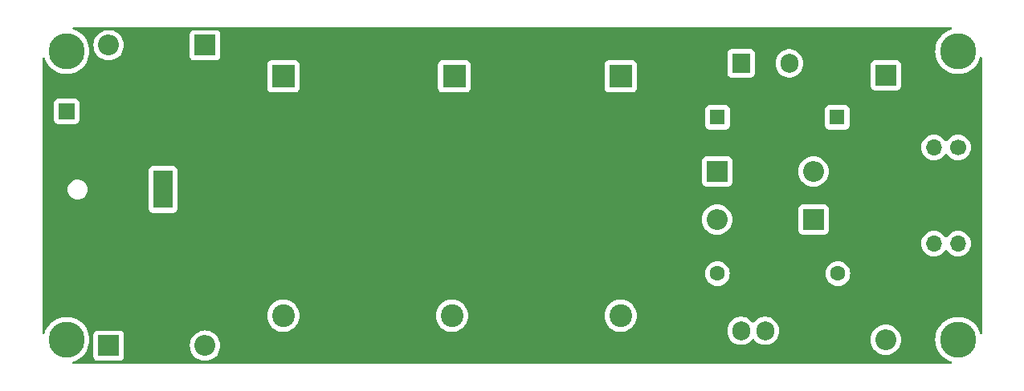
<source format=gbr>
%TF.GenerationSoftware,KiCad,Pcbnew,7.0.2*%
%TF.CreationDate,2023-06-20T09:22:34-04:00*%
%TF.ProjectId,Power supply,506f7765-7220-4737-9570-706c792e6b69,rev?*%
%TF.SameCoordinates,Original*%
%TF.FileFunction,Copper,L2,Bot*%
%TF.FilePolarity,Positive*%
%FSLAX46Y46*%
G04 Gerber Fmt 4.6, Leading zero omitted, Abs format (unit mm)*
G04 Created by KiCad (PCBNEW 7.0.2) date 2023-06-20 09:22:34*
%MOMM*%
%LPD*%
G01*
G04 APERTURE LIST*
%TA.AperFunction,ComponentPad*%
%ADD10R,1.700000X1.700000*%
%TD*%
%TA.AperFunction,ComponentPad*%
%ADD11R,2.200000X2.200000*%
%TD*%
%TA.AperFunction,ComponentPad*%
%ADD12O,2.200000X2.200000*%
%TD*%
%TA.AperFunction,ComponentPad*%
%ADD13R,2.400000X2.400000*%
%TD*%
%TA.AperFunction,ComponentPad*%
%ADD14C,2.400000*%
%TD*%
%TA.AperFunction,ComponentPad*%
%ADD15R,1.905000X2.000000*%
%TD*%
%TA.AperFunction,ComponentPad*%
%ADD16O,1.905000X2.000000*%
%TD*%
%TA.AperFunction,ComponentPad*%
%ADD17C,1.700000*%
%TD*%
%TA.AperFunction,ComponentPad*%
%ADD18O,1.700000X1.700000*%
%TD*%
%TA.AperFunction,ComponentPad*%
%ADD19R,1.600000X1.600000*%
%TD*%
%TA.AperFunction,ComponentPad*%
%ADD20C,1.600000*%
%TD*%
%TA.AperFunction,ComponentPad*%
%ADD21C,2.600000*%
%TD*%
%TA.AperFunction,ConnectorPad*%
%ADD22C,3.800000*%
%TD*%
%TA.AperFunction,ComponentPad*%
%ADD23R,2.000000X4.000000*%
%TD*%
%TA.AperFunction,ComponentPad*%
%ADD24O,2.000000X3.300000*%
%TD*%
G04 APERTURE END LIST*
D10*
%TO.P,J5,1,Pin_1*%
%TO.N,GND*%
X78740000Y-104140000D03*
%TD*%
D11*
%TO.P,D6,1,K*%
%TO.N,-12V*%
X157480000Y-99060000D03*
D12*
%TO.P,D6,2,A*%
%TO.N,Net-(D4-A)*%
X147320000Y-99060000D03*
%TD*%
D13*
%TO.P,C5,1*%
%TO.N,Net-(D1-K)*%
X101600000Y-83940000D03*
D14*
%TO.P,C5,2*%
%TO.N,GND*%
X101600000Y-91440000D03*
%TD*%
D15*
%TO.P,U1,1,VI*%
%TO.N,Net-(D1-K)*%
X149860000Y-82550000D03*
D16*
%TO.P,U1,2,GND*%
%TO.N,GND*%
X152400000Y-82550000D03*
%TO.P,U1,3,VO*%
%TO.N,+12V*%
X154940000Y-82550000D03*
%TD*%
D11*
%TO.P,D2,1,K*%
%TO.N,Net-(D1-K)*%
X93345000Y-80645000D03*
D12*
%TO.P,D2,2,A*%
%TO.N,+12VA*%
X83185000Y-80645000D03*
%TD*%
D11*
%TO.P,D4,1,K*%
%TO.N,+12VA*%
X83185000Y-112395000D03*
D12*
%TO.P,D4,2,A*%
%TO.N,Net-(D4-A)*%
X93345000Y-112395000D03*
%TD*%
D15*
%TO.P,U2,1,GND*%
%TO.N,GND*%
X154940000Y-110815000D03*
D16*
%TO.P,U2,2,VI*%
%TO.N,Net-(D4-A)*%
X152400000Y-110815000D03*
%TO.P,U2,3,VO*%
%TO.N,-12V*%
X149860000Y-110815000D03*
%TD*%
D11*
%TO.P,D5,1,K*%
%TO.N,GND*%
X165100000Y-101600000D03*
D12*
%TO.P,D5,2,A*%
%TO.N,-12V*%
X165100000Y-111760000D03*
%TD*%
D17*
%TO.P,REF\u002A\u002A,1*%
%TO.N,+12V*%
X172720000Y-91440000D03*
D18*
%TO.P,REF\u002A\u002A,2*%
X170180000Y-91440000D03*
%TO.P,REF\u002A\u002A,3*%
%TO.N,GND*%
X172720000Y-93980000D03*
%TO.P,REF\u002A\u002A,4*%
X170180000Y-93980000D03*
%TO.P,REF\u002A\u002A,5*%
X172720000Y-96520000D03*
%TO.P,REF\u002A\u002A,6*%
X170180000Y-96520000D03*
%TO.P,REF\u002A\u002A,7*%
X172720000Y-99060000D03*
%TO.P,REF\u002A\u002A,8*%
X170180000Y-99060000D03*
%TO.P,REF\u002A\u002A,9*%
%TO.N,-12V*%
X172720000Y-101600000D03*
%TO.P,REF\u002A\u002A,10*%
X170180000Y-101600000D03*
%TD*%
D19*
%TO.P,C10,1*%
%TO.N,GND*%
X155060000Y-104775000D03*
D20*
%TO.P,C10,2*%
%TO.N,-12V*%
X160060000Y-104775000D03*
%TD*%
D13*
%TO.P,C3,1*%
%TO.N,Net-(D1-K)*%
X137160000Y-83940000D03*
D14*
%TO.P,C3,2*%
%TO.N,GND*%
X137160000Y-91440000D03*
%TD*%
D21*
%TO.P,REF\u002A\u002A,1*%
%TO.N,N/C*%
X78740000Y-111760000D03*
D22*
X78740000Y-111760000D03*
%TD*%
D13*
%TO.P,C7,1*%
%TO.N,GND*%
X119380000Y-101720000D03*
D14*
%TO.P,C7,2*%
%TO.N,Net-(D4-A)*%
X119380000Y-109220000D03*
%TD*%
D13*
%TO.P,C8,1*%
%TO.N,GND*%
X137160000Y-101720000D03*
D14*
%TO.P,C8,2*%
%TO.N,Net-(D4-A)*%
X137160000Y-109220000D03*
%TD*%
D19*
%TO.P,C9,1*%
%TO.N,GND*%
X152360000Y-104775000D03*
D20*
%TO.P,C9,2*%
%TO.N,Net-(D4-A)*%
X147360000Y-104775000D03*
%TD*%
D13*
%TO.P,C4,1*%
%TO.N,Net-(D1-K)*%
X119610000Y-83940000D03*
D14*
%TO.P,C4,2*%
%TO.N,GND*%
X119610000Y-91440000D03*
%TD*%
D10*
%TO.P,J4,1,Pin_1*%
%TO.N,+12VA*%
X78740000Y-87630000D03*
%TD*%
D13*
%TO.P,C6,1*%
%TO.N,GND*%
X101600000Y-101720000D03*
D14*
%TO.P,C6,2*%
%TO.N,Net-(D4-A)*%
X101600000Y-109220000D03*
%TD*%
D11*
%TO.P,D1,1,K*%
%TO.N,Net-(D1-K)*%
X147320000Y-93980000D03*
D12*
%TO.P,D1,2,A*%
%TO.N,+12V*%
X157480000Y-93980000D03*
%TD*%
D21*
%TO.P,REF\u002A\u002A,1*%
%TO.N,N/C*%
X172720000Y-81280000D03*
D22*
X172720000Y-81280000D03*
%TD*%
D19*
%TO.P,C2,1*%
%TO.N,Net-(D1-K)*%
X147360000Y-88265000D03*
D20*
%TO.P,C2,2*%
%TO.N,GND*%
X152360000Y-88265000D03*
%TD*%
D21*
%TO.P,REF\u002A\u002A,1*%
%TO.N,N/C*%
X172720000Y-111760000D03*
D22*
X172720000Y-111760000D03*
%TD*%
D19*
%TO.P,C1,1*%
%TO.N,+12V*%
X159980000Y-88265000D03*
D20*
%TO.P,C1,2*%
%TO.N,GND*%
X154980000Y-88265000D03*
%TD*%
D11*
%TO.P,D3,1,K*%
%TO.N,+12V*%
X165100000Y-83820000D03*
D12*
%TO.P,D3,2,A*%
%TO.N,GND*%
X165100000Y-93980000D03*
%TD*%
D23*
%TO.P,REF\u002A\u002A,1*%
%TO.N,+12VA*%
X88915000Y-95885000D03*
D24*
%TO.P,REF\u002A\u002A,2*%
%TO.N,GND*%
X82915000Y-95885000D03*
%TD*%
D21*
%TO.P,REF\u002A\u002A,1*%
%TO.N,N/C*%
X78740000Y-81280000D03*
D22*
X78740000Y-81280000D03*
%TD*%
%TA.AperFunction,Conductor*%
%TO.N,GND*%
G36*
X172043596Y-78760185D02*
G01*
X172089351Y-78812989D01*
X172099295Y-78882147D01*
X172070270Y-78945703D01*
X172011492Y-78983477D01*
X172007394Y-78984604D01*
X171980518Y-78991504D01*
X171980511Y-78991506D01*
X171976738Y-78992475D01*
X171973120Y-78993907D01*
X171973109Y-78993911D01*
X171699526Y-79102230D01*
X171699515Y-79102234D01*
X171695896Y-79103668D01*
X171692491Y-79105539D01*
X171692478Y-79105546D01*
X171434612Y-79247310D01*
X171434600Y-79247317D01*
X171431205Y-79249184D01*
X171428061Y-79251467D01*
X171428055Y-79251472D01*
X171189994Y-79424432D01*
X171189983Y-79424440D01*
X171186838Y-79426726D01*
X171184003Y-79429387D01*
X171183996Y-79429394D01*
X170969488Y-79630831D01*
X170969481Y-79630838D01*
X170966651Y-79633496D01*
X170964176Y-79636487D01*
X170964172Y-79636492D01*
X170776598Y-79863229D01*
X170776588Y-79863241D01*
X170774115Y-79866232D01*
X170772033Y-79869511D01*
X170772024Y-79869525D01*
X170614352Y-80117977D01*
X170614345Y-80117988D01*
X170612267Y-80121264D01*
X170610614Y-80124774D01*
X170610611Y-80124782D01*
X170485315Y-80391050D01*
X170483659Y-80394570D01*
X170482457Y-80398267D01*
X170482455Y-80398274D01*
X170391524Y-80678130D01*
X170390319Y-80681840D01*
X170389590Y-80685660D01*
X170389588Y-80685669D01*
X170334449Y-80974716D01*
X170334446Y-80974732D01*
X170333720Y-80978543D01*
X170333475Y-80982434D01*
X170333475Y-80982436D01*
X170326762Y-81089134D01*
X170314754Y-81280000D01*
X170333720Y-81581457D01*
X170334447Y-81585269D01*
X170334449Y-81585283D01*
X170385421Y-81852484D01*
X170390319Y-81878160D01*
X170391523Y-81881867D01*
X170391524Y-81881869D01*
X170425790Y-81987330D01*
X170483659Y-82165430D01*
X170612267Y-82438736D01*
X170614349Y-82442017D01*
X170614352Y-82442022D01*
X170772024Y-82690474D01*
X170772028Y-82690480D01*
X170774115Y-82693768D01*
X170966651Y-82926504D01*
X171186838Y-83133274D01*
X171431205Y-83310816D01*
X171695896Y-83456332D01*
X171976738Y-83567525D01*
X172269302Y-83642642D01*
X172568973Y-83680500D01*
X172572867Y-83680500D01*
X172867133Y-83680500D01*
X172871027Y-83680500D01*
X173170698Y-83642642D01*
X173463262Y-83567525D01*
X173744104Y-83456332D01*
X174008795Y-83310816D01*
X174253162Y-83133274D01*
X174473349Y-82926504D01*
X174665885Y-82693768D01*
X174827733Y-82438736D01*
X174956341Y-82165430D01*
X175017569Y-81976989D01*
X175057007Y-81919314D01*
X175121365Y-81892116D01*
X175190211Y-81904031D01*
X175241687Y-81951275D01*
X175259500Y-82015308D01*
X175259500Y-111024691D01*
X175239815Y-111091730D01*
X175187011Y-111137485D01*
X175117853Y-111147429D01*
X175054297Y-111118404D01*
X175017569Y-111063009D01*
X174997832Y-111002268D01*
X174956341Y-110874570D01*
X174827733Y-110601264D01*
X174665885Y-110346232D01*
X174473349Y-110113496D01*
X174253162Y-109906726D01*
X174238302Y-109895930D01*
X174011944Y-109731472D01*
X174011945Y-109731472D01*
X174008795Y-109729184D01*
X174005391Y-109727313D01*
X174005387Y-109727310D01*
X173747521Y-109585546D01*
X173747514Y-109585542D01*
X173744104Y-109583668D01*
X173740478Y-109582232D01*
X173740473Y-109582230D01*
X173466890Y-109473911D01*
X173466884Y-109473909D01*
X173463262Y-109472475D01*
X173459484Y-109471505D01*
X173459481Y-109471504D01*
X173174476Y-109398328D01*
X173174475Y-109398327D01*
X173170698Y-109397358D01*
X173166835Y-109396870D01*
X173166830Y-109396869D01*
X172874891Y-109359988D01*
X172874888Y-109359987D01*
X172871027Y-109359500D01*
X172568973Y-109359500D01*
X172565112Y-109359987D01*
X172565108Y-109359988D01*
X172273169Y-109396869D01*
X172273161Y-109396870D01*
X172269302Y-109397358D01*
X172265527Y-109398327D01*
X172265523Y-109398328D01*
X171980518Y-109471504D01*
X171980511Y-109471506D01*
X171976738Y-109472475D01*
X171973120Y-109473907D01*
X171973109Y-109473911D01*
X171699526Y-109582230D01*
X171699515Y-109582234D01*
X171695896Y-109583668D01*
X171692491Y-109585539D01*
X171692478Y-109585546D01*
X171434612Y-109727310D01*
X171434600Y-109727317D01*
X171431205Y-109729184D01*
X171428061Y-109731467D01*
X171428055Y-109731472D01*
X171189994Y-109904432D01*
X171189983Y-109904440D01*
X171186838Y-109906726D01*
X171184003Y-109909387D01*
X171183996Y-109909394D01*
X170969488Y-110110831D01*
X170969481Y-110110838D01*
X170966651Y-110113496D01*
X170964176Y-110116487D01*
X170964172Y-110116492D01*
X170776598Y-110343229D01*
X170776588Y-110343241D01*
X170774115Y-110346232D01*
X170772033Y-110349511D01*
X170772024Y-110349525D01*
X170614352Y-110597977D01*
X170614345Y-110597988D01*
X170612267Y-110601264D01*
X170610614Y-110604774D01*
X170610611Y-110604782D01*
X170485315Y-110871050D01*
X170483659Y-110874570D01*
X170482457Y-110878267D01*
X170482455Y-110878274D01*
X170391524Y-111158130D01*
X170390319Y-111161840D01*
X170389590Y-111165660D01*
X170389588Y-111165669D01*
X170334449Y-111454716D01*
X170334446Y-111454732D01*
X170333720Y-111458543D01*
X170314754Y-111760000D01*
X170333720Y-112061457D01*
X170334447Y-112065269D01*
X170334449Y-112065283D01*
X170382181Y-112315500D01*
X170390319Y-112358160D01*
X170391523Y-112361867D01*
X170391524Y-112361869D01*
X170414075Y-112431275D01*
X170483659Y-112645430D01*
X170612267Y-112918736D01*
X170614349Y-112922017D01*
X170614352Y-112922022D01*
X170772024Y-113170474D01*
X170772028Y-113170480D01*
X170774115Y-113173768D01*
X170776594Y-113176765D01*
X170776598Y-113176770D01*
X170867684Y-113286873D01*
X170966651Y-113406504D01*
X171186838Y-113613274D01*
X171431205Y-113790816D01*
X171695896Y-113936332D01*
X171976738Y-114047525D01*
X172007394Y-114055396D01*
X172067432Y-114091134D01*
X172098618Y-114153657D01*
X172091050Y-114223116D01*
X172047132Y-114277457D01*
X171980806Y-114299427D01*
X171976557Y-114299500D01*
X79483443Y-114299500D01*
X79416404Y-114279815D01*
X79370649Y-114227011D01*
X79360705Y-114157853D01*
X79389730Y-114094297D01*
X79448508Y-114056523D01*
X79452606Y-114055396D01*
X79483262Y-114047525D01*
X79764104Y-113936332D01*
X80028795Y-113790816D01*
X80273162Y-113613274D01*
X80351640Y-113539578D01*
X81584500Y-113539578D01*
X81584501Y-113542872D01*
X81584853Y-113546152D01*
X81584854Y-113546159D01*
X81590909Y-113602484D01*
X81595789Y-113615567D01*
X81641204Y-113737331D01*
X81727454Y-113852546D01*
X81842669Y-113938796D01*
X81977517Y-113989091D01*
X82037127Y-113995500D01*
X84332872Y-113995499D01*
X84392483Y-113989091D01*
X84527331Y-113938796D01*
X84642546Y-113852546D01*
X84728796Y-113737331D01*
X84779091Y-113602483D01*
X84785500Y-113542873D01*
X84785499Y-112395000D01*
X91739551Y-112395000D01*
X91759317Y-112646149D01*
X91818126Y-112891110D01*
X91866330Y-113007485D01*
X91914534Y-113123859D01*
X92046164Y-113338659D01*
X92209776Y-113530224D01*
X92401341Y-113693836D01*
X92616141Y-113825466D01*
X92848889Y-113921873D01*
X93093852Y-113980683D01*
X93345000Y-114000449D01*
X93596148Y-113980683D01*
X93841111Y-113921873D01*
X94073859Y-113825466D01*
X94288659Y-113693836D01*
X94480224Y-113530224D01*
X94643836Y-113338659D01*
X94775466Y-113123859D01*
X94871873Y-112891111D01*
X94930683Y-112646148D01*
X94950449Y-112395000D01*
X94930683Y-112143852D01*
X94871873Y-111898889D01*
X94775466Y-111666141D01*
X94643836Y-111451341D01*
X94480224Y-111259776D01*
X94288659Y-111096164D01*
X94073859Y-110964534D01*
X93972621Y-110922600D01*
X148407000Y-110922600D01*
X148407211Y-110925142D01*
X148421905Y-111102477D01*
X148481017Y-111335906D01*
X148533132Y-111454716D01*
X148577745Y-111556422D01*
X148709449Y-111758010D01*
X148872537Y-111935171D01*
X149062561Y-112083072D01*
X149274336Y-112197679D01*
X149502087Y-112275866D01*
X149739601Y-112315500D01*
X149980399Y-112315500D01*
X150217913Y-112275866D01*
X150445664Y-112197679D01*
X150657439Y-112083072D01*
X150847463Y-111935171D01*
X151010551Y-111758010D01*
X151026191Y-111734070D01*
X151079337Y-111688714D01*
X151148569Y-111679290D01*
X151211905Y-111708792D01*
X151233808Y-111734070D01*
X151249449Y-111758010D01*
X151412537Y-111935171D01*
X151602561Y-112083072D01*
X151814336Y-112197679D01*
X152042087Y-112275866D01*
X152279601Y-112315500D01*
X152520399Y-112315500D01*
X152757913Y-112275866D01*
X152985664Y-112197679D01*
X153197439Y-112083072D01*
X153387463Y-111935171D01*
X153548719Y-111760000D01*
X163494551Y-111760000D01*
X163514317Y-112011149D01*
X163573126Y-112256110D01*
X163613810Y-112354330D01*
X163669534Y-112488859D01*
X163801164Y-112703659D01*
X163964776Y-112895224D01*
X164156341Y-113058836D01*
X164371141Y-113190466D01*
X164603889Y-113286873D01*
X164848852Y-113345683D01*
X165100000Y-113365449D01*
X165351148Y-113345683D01*
X165596111Y-113286873D01*
X165828859Y-113190466D01*
X166043659Y-113058836D01*
X166235224Y-112895224D01*
X166398836Y-112703659D01*
X166530466Y-112488859D01*
X166626873Y-112256111D01*
X166685683Y-112011148D01*
X166705449Y-111760000D01*
X166685683Y-111508852D01*
X166626873Y-111263889D01*
X166530466Y-111031141D01*
X166398836Y-110816341D01*
X166235224Y-110624776D01*
X166043659Y-110461164D01*
X165828859Y-110329534D01*
X165712485Y-110281330D01*
X165596110Y-110233126D01*
X165351149Y-110174317D01*
X165100000Y-110154551D01*
X164848850Y-110174317D01*
X164603889Y-110233126D01*
X164371139Y-110329535D01*
X164156342Y-110461163D01*
X163964776Y-110624776D01*
X163801163Y-110816342D01*
X163669535Y-111031139D01*
X163573126Y-111263889D01*
X163514317Y-111508850D01*
X163494551Y-111760000D01*
X153548719Y-111760000D01*
X153550551Y-111758010D01*
X153682255Y-111556422D01*
X153778983Y-111335905D01*
X153838095Y-111102476D01*
X153853000Y-110922600D01*
X153853000Y-110707400D01*
X153838095Y-110527524D01*
X153778983Y-110294095D01*
X153682255Y-110073578D01*
X153550551Y-109871990D01*
X153387463Y-109694829D01*
X153197439Y-109546928D01*
X152985664Y-109432321D01*
X152985660Y-109432319D01*
X152985659Y-109432319D01*
X152757915Y-109354134D01*
X152520399Y-109314500D01*
X152279601Y-109314500D01*
X152042084Y-109354134D01*
X151814340Y-109432319D01*
X151814336Y-109432320D01*
X151814336Y-109432321D01*
X151737030Y-109474157D01*
X151602559Y-109546929D01*
X151412536Y-109694829D01*
X151249448Y-109871991D01*
X151233808Y-109895930D01*
X151180661Y-109941286D01*
X151111430Y-109950709D01*
X151048094Y-109921206D01*
X151026192Y-109895930D01*
X151022649Y-109890508D01*
X151010551Y-109871990D01*
X150847463Y-109694829D01*
X150657439Y-109546928D01*
X150445664Y-109432321D01*
X150445660Y-109432319D01*
X150445659Y-109432319D01*
X150217915Y-109354134D01*
X149980399Y-109314500D01*
X149739601Y-109314500D01*
X149502084Y-109354134D01*
X149274340Y-109432319D01*
X149274336Y-109432320D01*
X149274336Y-109432321D01*
X149197030Y-109474157D01*
X149062559Y-109546929D01*
X148872536Y-109694829D01*
X148709448Y-109871991D01*
X148577745Y-110073577D01*
X148481017Y-110294093D01*
X148421905Y-110527522D01*
X148421904Y-110527524D01*
X148421905Y-110527524D01*
X148407000Y-110707400D01*
X148407000Y-110922600D01*
X93972621Y-110922600D01*
X93957484Y-110916330D01*
X93841110Y-110868126D01*
X93596149Y-110809317D01*
X93345000Y-110789551D01*
X93093850Y-110809317D01*
X92848889Y-110868126D01*
X92616139Y-110964535D01*
X92401342Y-111096163D01*
X92209776Y-111259776D01*
X92046163Y-111451342D01*
X91914535Y-111666139D01*
X91818126Y-111898889D01*
X91759317Y-112143850D01*
X91739551Y-112395000D01*
X84785499Y-112395000D01*
X84785499Y-111247128D01*
X84779091Y-111187517D01*
X84728796Y-111052669D01*
X84642546Y-110937454D01*
X84527331Y-110851204D01*
X84392483Y-110800909D01*
X84332873Y-110794500D01*
X84329550Y-110794500D01*
X82040439Y-110794500D01*
X82040420Y-110794500D01*
X82037128Y-110794501D01*
X82033848Y-110794853D01*
X82033840Y-110794854D01*
X81977515Y-110800909D01*
X81842669Y-110851204D01*
X81727454Y-110937454D01*
X81641204Y-111052668D01*
X81590910Y-111187515D01*
X81590909Y-111187517D01*
X81584500Y-111247127D01*
X81584500Y-111250448D01*
X81584500Y-111250449D01*
X81584500Y-113539560D01*
X81584500Y-113539578D01*
X80351640Y-113539578D01*
X80493349Y-113406504D01*
X80685885Y-113173768D01*
X80847733Y-112918736D01*
X80976341Y-112645430D01*
X81069681Y-112358160D01*
X81126280Y-112061457D01*
X81145246Y-111760000D01*
X81126280Y-111458543D01*
X81069681Y-111161840D01*
X80976341Y-110874570D01*
X80847733Y-110601264D01*
X80685885Y-110346232D01*
X80493349Y-110113496D01*
X80273162Y-109906726D01*
X80258302Y-109895930D01*
X80031944Y-109731472D01*
X80031945Y-109731472D01*
X80028795Y-109729184D01*
X80025391Y-109727313D01*
X80025387Y-109727310D01*
X79767521Y-109585546D01*
X79767514Y-109585542D01*
X79764104Y-109583668D01*
X79760478Y-109582232D01*
X79760473Y-109582230D01*
X79486890Y-109473911D01*
X79486884Y-109473909D01*
X79483262Y-109472475D01*
X79479484Y-109471505D01*
X79479481Y-109471504D01*
X79194476Y-109398328D01*
X79194475Y-109398327D01*
X79190698Y-109397358D01*
X79186835Y-109396870D01*
X79186830Y-109396869D01*
X78894891Y-109359988D01*
X78894888Y-109359987D01*
X78891027Y-109359500D01*
X78588973Y-109359500D01*
X78585112Y-109359987D01*
X78585108Y-109359988D01*
X78293169Y-109396869D01*
X78293161Y-109396870D01*
X78289302Y-109397358D01*
X78285527Y-109398327D01*
X78285523Y-109398328D01*
X78000518Y-109471504D01*
X78000511Y-109471506D01*
X77996738Y-109472475D01*
X77993120Y-109473907D01*
X77993109Y-109473911D01*
X77719526Y-109582230D01*
X77719515Y-109582234D01*
X77715896Y-109583668D01*
X77712491Y-109585539D01*
X77712478Y-109585546D01*
X77454612Y-109727310D01*
X77454600Y-109727317D01*
X77451205Y-109729184D01*
X77448061Y-109731467D01*
X77448055Y-109731472D01*
X77209994Y-109904432D01*
X77209983Y-109904440D01*
X77206838Y-109906726D01*
X77204003Y-109909387D01*
X77203996Y-109909394D01*
X76989488Y-110110831D01*
X76989481Y-110110838D01*
X76986651Y-110113496D01*
X76984176Y-110116487D01*
X76984172Y-110116492D01*
X76796598Y-110343229D01*
X76796588Y-110343241D01*
X76794115Y-110346232D01*
X76792033Y-110349511D01*
X76792024Y-110349525D01*
X76634352Y-110597977D01*
X76634345Y-110597988D01*
X76632267Y-110601264D01*
X76630614Y-110604774D01*
X76630611Y-110604782D01*
X76505315Y-110871050D01*
X76503659Y-110874570D01*
X76502457Y-110878267D01*
X76502455Y-110878274D01*
X76442431Y-111063009D01*
X76402993Y-111120685D01*
X76338635Y-111147883D01*
X76269788Y-111135968D01*
X76218313Y-111088724D01*
X76200500Y-111024691D01*
X76200500Y-109220000D01*
X99894731Y-109220000D01*
X99913777Y-109474154D01*
X99970492Y-109722637D01*
X100063608Y-109959891D01*
X100191038Y-110180607D01*
X100191041Y-110180612D01*
X100349950Y-110379877D01*
X100536783Y-110553232D01*
X100747366Y-110696805D01*
X100976996Y-110807389D01*
X101220542Y-110882513D01*
X101472565Y-110920500D01*
X101727435Y-110920500D01*
X101979458Y-110882513D01*
X102223004Y-110807389D01*
X102452634Y-110696805D01*
X102663217Y-110553232D01*
X102850050Y-110379877D01*
X103008959Y-110180612D01*
X103136393Y-109959888D01*
X103229508Y-109722637D01*
X103286222Y-109474157D01*
X103305268Y-109220000D01*
X103305268Y-109219999D01*
X117674731Y-109219999D01*
X117693777Y-109474154D01*
X117750492Y-109722637D01*
X117843608Y-109959891D01*
X117971038Y-110180607D01*
X117971041Y-110180612D01*
X118129950Y-110379877D01*
X118316783Y-110553232D01*
X118527366Y-110696805D01*
X118756996Y-110807389D01*
X119000542Y-110882513D01*
X119252565Y-110920500D01*
X119507435Y-110920500D01*
X119759458Y-110882513D01*
X120003004Y-110807389D01*
X120232634Y-110696805D01*
X120443217Y-110553232D01*
X120630050Y-110379877D01*
X120788959Y-110180612D01*
X120916393Y-109959888D01*
X121009508Y-109722637D01*
X121066222Y-109474157D01*
X121085268Y-109220000D01*
X135454731Y-109220000D01*
X135473777Y-109474154D01*
X135530492Y-109722637D01*
X135623608Y-109959891D01*
X135751038Y-110180607D01*
X135751041Y-110180612D01*
X135909950Y-110379877D01*
X136096783Y-110553232D01*
X136307366Y-110696805D01*
X136536996Y-110807389D01*
X136780542Y-110882513D01*
X137032565Y-110920500D01*
X137287435Y-110920500D01*
X137539458Y-110882513D01*
X137783004Y-110807389D01*
X138012634Y-110696805D01*
X138223217Y-110553232D01*
X138410050Y-110379877D01*
X138568959Y-110180612D01*
X138696393Y-109959888D01*
X138789508Y-109722637D01*
X138846222Y-109474157D01*
X138865268Y-109220000D01*
X138846222Y-108965843D01*
X138789508Y-108717363D01*
X138696393Y-108480112D01*
X138568959Y-108259388D01*
X138410050Y-108060123D01*
X138223217Y-107886768D01*
X138012634Y-107743195D01*
X137783004Y-107632611D01*
X137539458Y-107557487D01*
X137287435Y-107519500D01*
X137032565Y-107519500D01*
X136780542Y-107557487D01*
X136536996Y-107632611D01*
X136307366Y-107743195D01*
X136202074Y-107814981D01*
X136096781Y-107886769D01*
X135909950Y-108060123D01*
X135751038Y-108259392D01*
X135623608Y-108480108D01*
X135530492Y-108717362D01*
X135473777Y-108965845D01*
X135454731Y-109220000D01*
X121085268Y-109220000D01*
X121066222Y-108965843D01*
X121009508Y-108717363D01*
X120916393Y-108480112D01*
X120788959Y-108259388D01*
X120630050Y-108060123D01*
X120443217Y-107886768D01*
X120232634Y-107743195D01*
X120003004Y-107632611D01*
X119759458Y-107557487D01*
X119507435Y-107519500D01*
X119252565Y-107519500D01*
X119000542Y-107557487D01*
X118756996Y-107632611D01*
X118527366Y-107743195D01*
X118422074Y-107814981D01*
X118316781Y-107886769D01*
X118129950Y-108060123D01*
X117971038Y-108259392D01*
X117843608Y-108480108D01*
X117750492Y-108717362D01*
X117693777Y-108965845D01*
X117674731Y-109219999D01*
X103305268Y-109219999D01*
X103286222Y-108965843D01*
X103229508Y-108717363D01*
X103136393Y-108480112D01*
X103008959Y-108259388D01*
X102850050Y-108060123D01*
X102663217Y-107886768D01*
X102452634Y-107743195D01*
X102223004Y-107632611D01*
X101979458Y-107557487D01*
X101727435Y-107519500D01*
X101472565Y-107519500D01*
X101220542Y-107557487D01*
X100976996Y-107632611D01*
X100747366Y-107743195D01*
X100642074Y-107814981D01*
X100536781Y-107886769D01*
X100349950Y-108060123D01*
X100191038Y-108259392D01*
X100063608Y-108480108D01*
X99970492Y-108717362D01*
X99913777Y-108965845D01*
X99894731Y-109220000D01*
X76200500Y-109220000D01*
X76200500Y-104775000D01*
X146054531Y-104775000D01*
X146074364Y-105001689D01*
X146133261Y-105221497D01*
X146229432Y-105427735D01*
X146359953Y-105614140D01*
X146520859Y-105775046D01*
X146707264Y-105905567D01*
X146707265Y-105905567D01*
X146707266Y-105905568D01*
X146913504Y-106001739D01*
X147133308Y-106060635D01*
X147360000Y-106080468D01*
X147586692Y-106060635D01*
X147806496Y-106001739D01*
X148012734Y-105905568D01*
X148199139Y-105775047D01*
X148360047Y-105614139D01*
X148490568Y-105427734D01*
X148586739Y-105221496D01*
X148645635Y-105001692D01*
X148665468Y-104775000D01*
X158754531Y-104775000D01*
X158774364Y-105001689D01*
X158833261Y-105221497D01*
X158929432Y-105427735D01*
X159059953Y-105614140D01*
X159220859Y-105775046D01*
X159407264Y-105905567D01*
X159407265Y-105905567D01*
X159407266Y-105905568D01*
X159613504Y-106001739D01*
X159833308Y-106060635D01*
X160060000Y-106080468D01*
X160286692Y-106060635D01*
X160506496Y-106001739D01*
X160712734Y-105905568D01*
X160899139Y-105775047D01*
X161060047Y-105614139D01*
X161190568Y-105427734D01*
X161286739Y-105221496D01*
X161345635Y-105001692D01*
X161365468Y-104775000D01*
X161345635Y-104548308D01*
X161286739Y-104328504D01*
X161190568Y-104122266D01*
X161060047Y-103935861D01*
X161060046Y-103935859D01*
X160899140Y-103774953D01*
X160712735Y-103644432D01*
X160506497Y-103548261D01*
X160286689Y-103489364D01*
X160060000Y-103469531D01*
X159833310Y-103489364D01*
X159613502Y-103548261D01*
X159407264Y-103644432D01*
X159220859Y-103774953D01*
X159059953Y-103935859D01*
X158929432Y-104122264D01*
X158833261Y-104328502D01*
X158774364Y-104548310D01*
X158754531Y-104775000D01*
X148665468Y-104775000D01*
X148645635Y-104548308D01*
X148586739Y-104328504D01*
X148490568Y-104122266D01*
X148360047Y-103935861D01*
X148360046Y-103935859D01*
X148199140Y-103774953D01*
X148012735Y-103644432D01*
X147806497Y-103548261D01*
X147586689Y-103489364D01*
X147360000Y-103469531D01*
X147133310Y-103489364D01*
X146913502Y-103548261D01*
X146707264Y-103644432D01*
X146520859Y-103774953D01*
X146359953Y-103935859D01*
X146229432Y-104122264D01*
X146133261Y-104328502D01*
X146074364Y-104548310D01*
X146054531Y-104775000D01*
X76200500Y-104775000D01*
X76200500Y-101600000D01*
X168824340Y-101600000D01*
X168844936Y-101835407D01*
X168889709Y-102002502D01*
X168906097Y-102063663D01*
X169005965Y-102277830D01*
X169141505Y-102471401D01*
X169308599Y-102638495D01*
X169502170Y-102774035D01*
X169716337Y-102873903D01*
X169944592Y-102935063D01*
X170179999Y-102955659D01*
X170179999Y-102955658D01*
X170180000Y-102955659D01*
X170415408Y-102935063D01*
X170643663Y-102873903D01*
X170857830Y-102774035D01*
X171051401Y-102638495D01*
X171218495Y-102471401D01*
X171348426Y-102285839D01*
X171403002Y-102242216D01*
X171472500Y-102235022D01*
X171534855Y-102266545D01*
X171551571Y-102285837D01*
X171681505Y-102471401D01*
X171848599Y-102638495D01*
X172042170Y-102774035D01*
X172256337Y-102873903D01*
X172484592Y-102935063D01*
X172720000Y-102955659D01*
X172955408Y-102935063D01*
X173183663Y-102873903D01*
X173397830Y-102774035D01*
X173591401Y-102638495D01*
X173758495Y-102471401D01*
X173894035Y-102277830D01*
X173993903Y-102063663D01*
X174055063Y-101835408D01*
X174075659Y-101600000D01*
X174055063Y-101364592D01*
X173993903Y-101136337D01*
X173894035Y-100922171D01*
X173758495Y-100728599D01*
X173591401Y-100561505D01*
X173397830Y-100425965D01*
X173183663Y-100326097D01*
X173122502Y-100309709D01*
X172955407Y-100264936D01*
X172720000Y-100244340D01*
X172484592Y-100264936D01*
X172256336Y-100326097D01*
X172042170Y-100425965D01*
X171848598Y-100561505D01*
X171681505Y-100728598D01*
X171551575Y-100914159D01*
X171496998Y-100957784D01*
X171427500Y-100964978D01*
X171365145Y-100933455D01*
X171348425Y-100914159D01*
X171218494Y-100728598D01*
X171051404Y-100561508D01*
X171051404Y-100561507D01*
X171051401Y-100561505D01*
X170857830Y-100425965D01*
X170643663Y-100326097D01*
X170582502Y-100309709D01*
X170415407Y-100264936D01*
X170179999Y-100244340D01*
X169944592Y-100264936D01*
X169716336Y-100326097D01*
X169502170Y-100425965D01*
X169308598Y-100561505D01*
X169141505Y-100728598D01*
X169005965Y-100922170D01*
X168906097Y-101136336D01*
X168844936Y-101364592D01*
X168824340Y-101600000D01*
X76200500Y-101600000D01*
X76200500Y-99060000D01*
X145714551Y-99060000D01*
X145734317Y-99311149D01*
X145793126Y-99556110D01*
X145841330Y-99672485D01*
X145889534Y-99788859D01*
X146021164Y-100003659D01*
X146184776Y-100195224D01*
X146376341Y-100358836D01*
X146591141Y-100490466D01*
X146823889Y-100586873D01*
X147068852Y-100645683D01*
X147320000Y-100665449D01*
X147571148Y-100645683D01*
X147816111Y-100586873D01*
X148048859Y-100490466D01*
X148263659Y-100358836D01*
X148444272Y-100204578D01*
X155879500Y-100204578D01*
X155879501Y-100207872D01*
X155885909Y-100267483D01*
X155936204Y-100402331D01*
X156022454Y-100517546D01*
X156137669Y-100603796D01*
X156272517Y-100654091D01*
X156332127Y-100660500D01*
X158627872Y-100660499D01*
X158687483Y-100654091D01*
X158822331Y-100603796D01*
X158937546Y-100517546D01*
X159023796Y-100402331D01*
X159074091Y-100267483D01*
X159080500Y-100207873D01*
X159080499Y-97912128D01*
X159074091Y-97852517D01*
X159023796Y-97717669D01*
X158937546Y-97602454D01*
X158822331Y-97516204D01*
X158687483Y-97465909D01*
X158627873Y-97459500D01*
X158624550Y-97459500D01*
X156335439Y-97459500D01*
X156335420Y-97459500D01*
X156332128Y-97459501D01*
X156328848Y-97459853D01*
X156328840Y-97459854D01*
X156272515Y-97465909D01*
X156137669Y-97516204D01*
X156022454Y-97602454D01*
X155936204Y-97717668D01*
X155885910Y-97852515D01*
X155885909Y-97852517D01*
X155879500Y-97912127D01*
X155879500Y-97915448D01*
X155879500Y-97915449D01*
X155879500Y-100204560D01*
X155879500Y-100204578D01*
X148444272Y-100204578D01*
X148455224Y-100195224D01*
X148618836Y-100003659D01*
X148750466Y-99788859D01*
X148846873Y-99556111D01*
X148905683Y-99311148D01*
X148925449Y-99060000D01*
X148905683Y-98808852D01*
X148846873Y-98563889D01*
X148750466Y-98331141D01*
X148618836Y-98116341D01*
X148455224Y-97924776D01*
X148263659Y-97761164D01*
X148048859Y-97629534D01*
X147932484Y-97581330D01*
X147816110Y-97533126D01*
X147571149Y-97474317D01*
X147382882Y-97459500D01*
X147320000Y-97454551D01*
X147319999Y-97454551D01*
X147068850Y-97474317D01*
X146823889Y-97533126D01*
X146591139Y-97629535D01*
X146376342Y-97761163D01*
X146184776Y-97924776D01*
X146021163Y-98116342D01*
X145889535Y-98331139D01*
X145793126Y-98563889D01*
X145734317Y-98808850D01*
X145714551Y-99060000D01*
X76200500Y-99060000D01*
X76200500Y-97929578D01*
X87414500Y-97929578D01*
X87414501Y-97932872D01*
X87420909Y-97992483D01*
X87471204Y-98127331D01*
X87557454Y-98242546D01*
X87672669Y-98328796D01*
X87807517Y-98379091D01*
X87867127Y-98385500D01*
X89962872Y-98385499D01*
X90022483Y-98379091D01*
X90157331Y-98328796D01*
X90272546Y-98242546D01*
X90358796Y-98127331D01*
X90409091Y-97992483D01*
X90415500Y-97932873D01*
X90415499Y-95124578D01*
X145719500Y-95124578D01*
X145719501Y-95127872D01*
X145725909Y-95187483D01*
X145776204Y-95322331D01*
X145862454Y-95437546D01*
X145977669Y-95523796D01*
X146112517Y-95574091D01*
X146172127Y-95580500D01*
X148467872Y-95580499D01*
X148527483Y-95574091D01*
X148662331Y-95523796D01*
X148777546Y-95437546D01*
X148863796Y-95322331D01*
X148914091Y-95187483D01*
X148920500Y-95127873D01*
X148920499Y-93980000D01*
X155874551Y-93980000D01*
X155894317Y-94231149D01*
X155953126Y-94476110D01*
X156001330Y-94592484D01*
X156049534Y-94708859D01*
X156181164Y-94923659D01*
X156344776Y-95115224D01*
X156536341Y-95278836D01*
X156751141Y-95410466D01*
X156983889Y-95506873D01*
X157228852Y-95565683D01*
X157480000Y-95585449D01*
X157731148Y-95565683D01*
X157976111Y-95506873D01*
X158208859Y-95410466D01*
X158423659Y-95278836D01*
X158615224Y-95115224D01*
X158778836Y-94923659D01*
X158910466Y-94708859D01*
X159006873Y-94476111D01*
X159065683Y-94231148D01*
X159085449Y-93980000D01*
X159065683Y-93728852D01*
X159006873Y-93483889D01*
X158910466Y-93251141D01*
X158778836Y-93036341D01*
X158615224Y-92844776D01*
X158423659Y-92681164D01*
X158208859Y-92549534D01*
X158092484Y-92501330D01*
X157976110Y-92453126D01*
X157731149Y-92394317D01*
X157542882Y-92379500D01*
X157480000Y-92374551D01*
X157479999Y-92374551D01*
X157228850Y-92394317D01*
X156983889Y-92453126D01*
X156751139Y-92549535D01*
X156536342Y-92681163D01*
X156344776Y-92844776D01*
X156181163Y-93036342D01*
X156049535Y-93251139D01*
X155953126Y-93483889D01*
X155894317Y-93728850D01*
X155874551Y-93980000D01*
X148920499Y-93980000D01*
X148920499Y-92832128D01*
X148914091Y-92772517D01*
X148863796Y-92637669D01*
X148777546Y-92522454D01*
X148662331Y-92436204D01*
X148527483Y-92385909D01*
X148467873Y-92379500D01*
X148464550Y-92379500D01*
X146175439Y-92379500D01*
X146175420Y-92379500D01*
X146172128Y-92379501D01*
X146168848Y-92379853D01*
X146168840Y-92379854D01*
X146112515Y-92385909D01*
X145977669Y-92436204D01*
X145862454Y-92522454D01*
X145776204Y-92637668D01*
X145725910Y-92772515D01*
X145725909Y-92772517D01*
X145719500Y-92832127D01*
X145719500Y-92835448D01*
X145719500Y-92835449D01*
X145719500Y-95124560D01*
X145719500Y-95124578D01*
X90415499Y-95124578D01*
X90415499Y-93837128D01*
X90409091Y-93777517D01*
X90358796Y-93642669D01*
X90272546Y-93527454D01*
X90157331Y-93441204D01*
X90022483Y-93390909D01*
X89962873Y-93384500D01*
X89959550Y-93384500D01*
X87870439Y-93384500D01*
X87870420Y-93384500D01*
X87867128Y-93384501D01*
X87863848Y-93384853D01*
X87863840Y-93384854D01*
X87807515Y-93390909D01*
X87672669Y-93441204D01*
X87557454Y-93527454D01*
X87471204Y-93642668D01*
X87420910Y-93777515D01*
X87420909Y-93777517D01*
X87414500Y-93837127D01*
X87414500Y-93840448D01*
X87414500Y-93840449D01*
X87414500Y-97929560D01*
X87414500Y-97929578D01*
X76200500Y-97929578D01*
X76200500Y-95885000D01*
X78859417Y-95885000D01*
X78879699Y-96090932D01*
X78879700Y-96090934D01*
X78939768Y-96288954D01*
X79037315Y-96471450D01*
X79088609Y-96533952D01*
X79168589Y-96631410D01*
X79248570Y-96697047D01*
X79328550Y-96762685D01*
X79511046Y-96860232D01*
X79709066Y-96920300D01*
X79863392Y-96935500D01*
X79866442Y-96935500D01*
X79963558Y-96935500D01*
X79966608Y-96935500D01*
X80120934Y-96920300D01*
X80318954Y-96860232D01*
X80501450Y-96762685D01*
X80661410Y-96631410D01*
X80792685Y-96471450D01*
X80890232Y-96288954D01*
X80950300Y-96090934D01*
X80970583Y-95885000D01*
X80950300Y-95679066D01*
X80890232Y-95481046D01*
X80792685Y-95298550D01*
X80701536Y-95187484D01*
X80661410Y-95138589D01*
X80563952Y-95058608D01*
X80501450Y-95007315D01*
X80318954Y-94909768D01*
X80219943Y-94879734D01*
X80120932Y-94849699D01*
X79969641Y-94834798D01*
X79969626Y-94834797D01*
X79966608Y-94834500D01*
X79863392Y-94834500D01*
X79860374Y-94834797D01*
X79860358Y-94834798D01*
X79709067Y-94849699D01*
X79511043Y-94909769D01*
X79328551Y-95007314D01*
X79168589Y-95138589D01*
X79037314Y-95298551D01*
X78939769Y-95481043D01*
X78879699Y-95679067D01*
X78859417Y-95885000D01*
X76200500Y-95885000D01*
X76200500Y-91440000D01*
X168824340Y-91440000D01*
X168844936Y-91675407D01*
X168889709Y-91842502D01*
X168906097Y-91903663D01*
X169005965Y-92117830D01*
X169141505Y-92311401D01*
X169308599Y-92478495D01*
X169502170Y-92614035D01*
X169716337Y-92713903D01*
X169944592Y-92775063D01*
X170180000Y-92795659D01*
X170415408Y-92775063D01*
X170643663Y-92713903D01*
X170857830Y-92614035D01*
X171051401Y-92478495D01*
X171218495Y-92311401D01*
X171348426Y-92125839D01*
X171403002Y-92082216D01*
X171472500Y-92075022D01*
X171534855Y-92106545D01*
X171551571Y-92125837D01*
X171681505Y-92311401D01*
X171848599Y-92478495D01*
X172042170Y-92614035D01*
X172256337Y-92713903D01*
X172484592Y-92775063D01*
X172720000Y-92795659D01*
X172955408Y-92775063D01*
X173183663Y-92713903D01*
X173397830Y-92614035D01*
X173591401Y-92478495D01*
X173758495Y-92311401D01*
X173894035Y-92117830D01*
X173993903Y-91903663D01*
X174055063Y-91675408D01*
X174075659Y-91440000D01*
X174055063Y-91204592D01*
X173993903Y-90976337D01*
X173894035Y-90762171D01*
X173758495Y-90568599D01*
X173591401Y-90401505D01*
X173397830Y-90265965D01*
X173183663Y-90166097D01*
X173122502Y-90149709D01*
X172955407Y-90104936D01*
X172720000Y-90084340D01*
X172484592Y-90104936D01*
X172256336Y-90166097D01*
X172042170Y-90265965D01*
X171848598Y-90401505D01*
X171681505Y-90568598D01*
X171551575Y-90754159D01*
X171496998Y-90797784D01*
X171427500Y-90804978D01*
X171365145Y-90773455D01*
X171348425Y-90754159D01*
X171218494Y-90568598D01*
X171051404Y-90401508D01*
X171051403Y-90401507D01*
X171051401Y-90401505D01*
X170857830Y-90265965D01*
X170643663Y-90166097D01*
X170582502Y-90149709D01*
X170415407Y-90104936D01*
X170179999Y-90084340D01*
X169944592Y-90104936D01*
X169716336Y-90166097D01*
X169502170Y-90265965D01*
X169308598Y-90401505D01*
X169141505Y-90568598D01*
X169005965Y-90762170D01*
X168906097Y-90976336D01*
X168844936Y-91204592D01*
X168824340Y-91440000D01*
X76200500Y-91440000D01*
X76200500Y-89109578D01*
X146059500Y-89109578D01*
X146059501Y-89112872D01*
X146065909Y-89172483D01*
X146116204Y-89307331D01*
X146202454Y-89422546D01*
X146317669Y-89508796D01*
X146452517Y-89559091D01*
X146512127Y-89565500D01*
X148207872Y-89565499D01*
X148267483Y-89559091D01*
X148402331Y-89508796D01*
X148517546Y-89422546D01*
X148603796Y-89307331D01*
X148654091Y-89172483D01*
X148660500Y-89112873D01*
X148660500Y-89109578D01*
X158679500Y-89109578D01*
X158679501Y-89112872D01*
X158685909Y-89172483D01*
X158736204Y-89307331D01*
X158822454Y-89422546D01*
X158937669Y-89508796D01*
X159072517Y-89559091D01*
X159132127Y-89565500D01*
X160827872Y-89565499D01*
X160887483Y-89559091D01*
X161022331Y-89508796D01*
X161137546Y-89422546D01*
X161223796Y-89307331D01*
X161274091Y-89172483D01*
X161280500Y-89112873D01*
X161280499Y-87417128D01*
X161274091Y-87357517D01*
X161223796Y-87222669D01*
X161137546Y-87107454D01*
X161022331Y-87021204D01*
X160887483Y-86970909D01*
X160827873Y-86964500D01*
X160824550Y-86964500D01*
X159135439Y-86964500D01*
X159135420Y-86964500D01*
X159132128Y-86964501D01*
X159128848Y-86964853D01*
X159128840Y-86964854D01*
X159072515Y-86970909D01*
X158937669Y-87021204D01*
X158822454Y-87107454D01*
X158736204Y-87222668D01*
X158685910Y-87357515D01*
X158685909Y-87357517D01*
X158679500Y-87417127D01*
X158679500Y-87420448D01*
X158679500Y-87420449D01*
X158679500Y-89109560D01*
X158679500Y-89109578D01*
X148660500Y-89109578D01*
X148660499Y-87417128D01*
X148654091Y-87357517D01*
X148603796Y-87222669D01*
X148517546Y-87107454D01*
X148402331Y-87021204D01*
X148267483Y-86970909D01*
X148207873Y-86964500D01*
X148204550Y-86964500D01*
X146515439Y-86964500D01*
X146515420Y-86964500D01*
X146512128Y-86964501D01*
X146508848Y-86964853D01*
X146508840Y-86964854D01*
X146452515Y-86970909D01*
X146317669Y-87021204D01*
X146202454Y-87107454D01*
X146116204Y-87222668D01*
X146065910Y-87357515D01*
X146065909Y-87357517D01*
X146059500Y-87417127D01*
X146059500Y-87420448D01*
X146059500Y-87420449D01*
X146059500Y-89109560D01*
X146059500Y-89109578D01*
X76200500Y-89109578D01*
X76200500Y-88524578D01*
X77389500Y-88524578D01*
X77389501Y-88527872D01*
X77395909Y-88587483D01*
X77446204Y-88722331D01*
X77532454Y-88837546D01*
X77647669Y-88923796D01*
X77782517Y-88974091D01*
X77842127Y-88980500D01*
X79637872Y-88980499D01*
X79697483Y-88974091D01*
X79832331Y-88923796D01*
X79947546Y-88837546D01*
X80033796Y-88722331D01*
X80084091Y-88587483D01*
X80090500Y-88527873D01*
X80090499Y-86732128D01*
X80084091Y-86672517D01*
X80033796Y-86537669D01*
X79947546Y-86422454D01*
X79832331Y-86336204D01*
X79697483Y-86285909D01*
X79637873Y-86279500D01*
X79634550Y-86279500D01*
X77845439Y-86279500D01*
X77845420Y-86279500D01*
X77842128Y-86279501D01*
X77838848Y-86279853D01*
X77838840Y-86279854D01*
X77782515Y-86285909D01*
X77647669Y-86336204D01*
X77532454Y-86422454D01*
X77446204Y-86537668D01*
X77395910Y-86672515D01*
X77395909Y-86672517D01*
X77389500Y-86732127D01*
X77389500Y-86735448D01*
X77389500Y-86735449D01*
X77389500Y-88524560D01*
X77389500Y-88524578D01*
X76200500Y-88524578D01*
X76200500Y-85184578D01*
X99899500Y-85184578D01*
X99899501Y-85187872D01*
X99905909Y-85247483D01*
X99956204Y-85382331D01*
X100042454Y-85497546D01*
X100157669Y-85583796D01*
X100292517Y-85634091D01*
X100352127Y-85640500D01*
X102847872Y-85640499D01*
X102907483Y-85634091D01*
X103042331Y-85583796D01*
X103157546Y-85497546D01*
X103243796Y-85382331D01*
X103294091Y-85247483D01*
X103300500Y-85187873D01*
X103300500Y-85184578D01*
X117909500Y-85184578D01*
X117909501Y-85187872D01*
X117915909Y-85247483D01*
X117966204Y-85382331D01*
X118052454Y-85497546D01*
X118167669Y-85583796D01*
X118302517Y-85634091D01*
X118362127Y-85640500D01*
X120857872Y-85640499D01*
X120917483Y-85634091D01*
X121052331Y-85583796D01*
X121167546Y-85497546D01*
X121253796Y-85382331D01*
X121304091Y-85247483D01*
X121310500Y-85187873D01*
X121310500Y-85184578D01*
X135459500Y-85184578D01*
X135459501Y-85187872D01*
X135465909Y-85247483D01*
X135516204Y-85382331D01*
X135602454Y-85497546D01*
X135717669Y-85583796D01*
X135852517Y-85634091D01*
X135912127Y-85640500D01*
X138407872Y-85640499D01*
X138467483Y-85634091D01*
X138602331Y-85583796D01*
X138717546Y-85497546D01*
X138803796Y-85382331D01*
X138854091Y-85247483D01*
X138860500Y-85187873D01*
X138860500Y-84964578D01*
X163499500Y-84964578D01*
X163499501Y-84967872D01*
X163505909Y-85027483D01*
X163556204Y-85162331D01*
X163642454Y-85277546D01*
X163757669Y-85363796D01*
X163892517Y-85414091D01*
X163952127Y-85420500D01*
X166247872Y-85420499D01*
X166307483Y-85414091D01*
X166442331Y-85363796D01*
X166557546Y-85277546D01*
X166643796Y-85162331D01*
X166694091Y-85027483D01*
X166700500Y-84967873D01*
X166700499Y-82672128D01*
X166694091Y-82612517D01*
X166643796Y-82477669D01*
X166557546Y-82362454D01*
X166442331Y-82276204D01*
X166307483Y-82225909D01*
X166247873Y-82219500D01*
X166244550Y-82219500D01*
X163955439Y-82219500D01*
X163955420Y-82219500D01*
X163952128Y-82219501D01*
X163948848Y-82219853D01*
X163948840Y-82219854D01*
X163892515Y-82225909D01*
X163757669Y-82276204D01*
X163642454Y-82362454D01*
X163556204Y-82477668D01*
X163505909Y-82612516D01*
X163500789Y-82660142D01*
X163499500Y-82672127D01*
X163499500Y-82675448D01*
X163499500Y-82675449D01*
X163499500Y-84964560D01*
X163499500Y-84964578D01*
X138860500Y-84964578D01*
X138860499Y-83594578D01*
X148407000Y-83594578D01*
X148407001Y-83597872D01*
X148407353Y-83601152D01*
X148407354Y-83601159D01*
X148411866Y-83643130D01*
X148413409Y-83657483D01*
X148463704Y-83792331D01*
X148549954Y-83907546D01*
X148665169Y-83993796D01*
X148800017Y-84044091D01*
X148859627Y-84050500D01*
X150860372Y-84050499D01*
X150919983Y-84044091D01*
X151054831Y-83993796D01*
X151170046Y-83907546D01*
X151256296Y-83792331D01*
X151306591Y-83657483D01*
X151313000Y-83597873D01*
X151313000Y-82657600D01*
X153487000Y-82657600D01*
X153490246Y-82696770D01*
X153501905Y-82837477D01*
X153561017Y-83070906D01*
X153589380Y-83135567D01*
X153657745Y-83291422D01*
X153789449Y-83493010D01*
X153952537Y-83670171D01*
X154142561Y-83818072D01*
X154354336Y-83932679D01*
X154582087Y-84010866D01*
X154819601Y-84050500D01*
X155060399Y-84050500D01*
X155297913Y-84010866D01*
X155525664Y-83932679D01*
X155737439Y-83818072D01*
X155927463Y-83670171D01*
X156090551Y-83493010D01*
X156222255Y-83291422D01*
X156318983Y-83070905D01*
X156378095Y-82837476D01*
X156393000Y-82657600D01*
X156393000Y-82442400D01*
X156378095Y-82262524D01*
X156318983Y-82029095D01*
X156222255Y-81808578D01*
X156090551Y-81606990D01*
X155927463Y-81429829D01*
X155737439Y-81281928D01*
X155525664Y-81167321D01*
X155525660Y-81167319D01*
X155525659Y-81167319D01*
X155297915Y-81089134D01*
X155060399Y-81049500D01*
X154819601Y-81049500D01*
X154582084Y-81089134D01*
X154354340Y-81167319D01*
X154354336Y-81167320D01*
X154354336Y-81167321D01*
X154213152Y-81243725D01*
X154142559Y-81281929D01*
X153952536Y-81429829D01*
X153789448Y-81606991D01*
X153657745Y-81808577D01*
X153561017Y-82029093D01*
X153501905Y-82262522D01*
X153501904Y-82262524D01*
X153501905Y-82262524D01*
X153487000Y-82442400D01*
X153487000Y-82657600D01*
X151313000Y-82657600D01*
X151312999Y-81502128D01*
X151306591Y-81442517D01*
X151256296Y-81307669D01*
X151170046Y-81192454D01*
X151054831Y-81106204D01*
X150919983Y-81055909D01*
X150860373Y-81049500D01*
X150857050Y-81049500D01*
X148862939Y-81049500D01*
X148862920Y-81049500D01*
X148859628Y-81049501D01*
X148856348Y-81049853D01*
X148856340Y-81049854D01*
X148800015Y-81055909D01*
X148665169Y-81106204D01*
X148549954Y-81192454D01*
X148463704Y-81307668D01*
X148413410Y-81442515D01*
X148413409Y-81442517D01*
X148407000Y-81502127D01*
X148407000Y-81505448D01*
X148407000Y-81505449D01*
X148407000Y-83594560D01*
X148407000Y-83594578D01*
X138860499Y-83594578D01*
X138860499Y-82692128D01*
X138854091Y-82632517D01*
X138803796Y-82497669D01*
X138717546Y-82382454D01*
X138602331Y-82296204D01*
X138467483Y-82245909D01*
X138407873Y-82239500D01*
X138404550Y-82239500D01*
X135915439Y-82239500D01*
X135915420Y-82239500D01*
X135912128Y-82239501D01*
X135908848Y-82239853D01*
X135908840Y-82239854D01*
X135852515Y-82245909D01*
X135717669Y-82296204D01*
X135602454Y-82382454D01*
X135516204Y-82497668D01*
X135465909Y-82632516D01*
X135463489Y-82655030D01*
X135459500Y-82692127D01*
X135459500Y-82695448D01*
X135459500Y-82695449D01*
X135459500Y-85184560D01*
X135459500Y-85184578D01*
X121310500Y-85184578D01*
X121310499Y-82692128D01*
X121304091Y-82632517D01*
X121253796Y-82497669D01*
X121167546Y-82382454D01*
X121052331Y-82296204D01*
X120917483Y-82245909D01*
X120857873Y-82239500D01*
X120854550Y-82239500D01*
X118365439Y-82239500D01*
X118365420Y-82239500D01*
X118362128Y-82239501D01*
X118358848Y-82239853D01*
X118358840Y-82239854D01*
X118302515Y-82245909D01*
X118167669Y-82296204D01*
X118052454Y-82382454D01*
X117966204Y-82497668D01*
X117915909Y-82632516D01*
X117913489Y-82655030D01*
X117909500Y-82692127D01*
X117909500Y-82695448D01*
X117909500Y-82695449D01*
X117909500Y-85184560D01*
X117909500Y-85184578D01*
X103300500Y-85184578D01*
X103300499Y-82692128D01*
X103294091Y-82632517D01*
X103243796Y-82497669D01*
X103157546Y-82382454D01*
X103042331Y-82296204D01*
X102907483Y-82245909D01*
X102847873Y-82239500D01*
X102844550Y-82239500D01*
X100355439Y-82239500D01*
X100355420Y-82239500D01*
X100352128Y-82239501D01*
X100348848Y-82239853D01*
X100348840Y-82239854D01*
X100292515Y-82245909D01*
X100157669Y-82296204D01*
X100042454Y-82382454D01*
X99956204Y-82497668D01*
X99905909Y-82632516D01*
X99903489Y-82655030D01*
X99899500Y-82692127D01*
X99899500Y-82695448D01*
X99899500Y-82695449D01*
X99899500Y-85184560D01*
X99899500Y-85184578D01*
X76200500Y-85184578D01*
X76200500Y-82015308D01*
X76220185Y-81948269D01*
X76272989Y-81902514D01*
X76342147Y-81892570D01*
X76405703Y-81921595D01*
X76442430Y-81976989D01*
X76503659Y-82165430D01*
X76632267Y-82438736D01*
X76634349Y-82442017D01*
X76634352Y-82442022D01*
X76792024Y-82690474D01*
X76792028Y-82690480D01*
X76794115Y-82693768D01*
X76986651Y-82926504D01*
X77206838Y-83133274D01*
X77451205Y-83310816D01*
X77715896Y-83456332D01*
X77996738Y-83567525D01*
X78289302Y-83642642D01*
X78588973Y-83680500D01*
X78592867Y-83680500D01*
X78887133Y-83680500D01*
X78891027Y-83680500D01*
X79190698Y-83642642D01*
X79483262Y-83567525D01*
X79764104Y-83456332D01*
X80028795Y-83310816D01*
X80273162Y-83133274D01*
X80493349Y-82926504D01*
X80685885Y-82693768D01*
X80847733Y-82438736D01*
X80976341Y-82165430D01*
X81069681Y-81878160D01*
X81126280Y-81581457D01*
X81145246Y-81280000D01*
X81126280Y-80978543D01*
X81069681Y-80681840D01*
X81057711Y-80645000D01*
X81579551Y-80645000D01*
X81599317Y-80896149D01*
X81658126Y-81141110D01*
X81668983Y-81167321D01*
X81754534Y-81373859D01*
X81886164Y-81588659D01*
X82049776Y-81780224D01*
X82241341Y-81943836D01*
X82456141Y-82075466D01*
X82688889Y-82171873D01*
X82933852Y-82230683D01*
X83185000Y-82250449D01*
X83436148Y-82230683D01*
X83681111Y-82171873D01*
X83913859Y-82075466D01*
X84128659Y-81943836D01*
X84309272Y-81789578D01*
X91744500Y-81789578D01*
X91744501Y-81792872D01*
X91750909Y-81852483D01*
X91801204Y-81987331D01*
X91887454Y-82102546D01*
X92002669Y-82188796D01*
X92137517Y-82239091D01*
X92197127Y-82245500D01*
X94492872Y-82245499D01*
X94552483Y-82239091D01*
X94687331Y-82188796D01*
X94802546Y-82102546D01*
X94888796Y-81987331D01*
X94939091Y-81852483D01*
X94945500Y-81792873D01*
X94945499Y-79497128D01*
X94939091Y-79437517D01*
X94888796Y-79302669D01*
X94802546Y-79187454D01*
X94687331Y-79101204D01*
X94552483Y-79050909D01*
X94492873Y-79044500D01*
X94489550Y-79044500D01*
X92200439Y-79044500D01*
X92200420Y-79044500D01*
X92197128Y-79044501D01*
X92193848Y-79044853D01*
X92193840Y-79044854D01*
X92137515Y-79050909D01*
X92002669Y-79101204D01*
X91887454Y-79187454D01*
X91801204Y-79302668D01*
X91750910Y-79437515D01*
X91750909Y-79437517D01*
X91744500Y-79497127D01*
X91744500Y-79500448D01*
X91744500Y-79500449D01*
X91744500Y-81789560D01*
X91744500Y-81789578D01*
X84309272Y-81789578D01*
X84320224Y-81780224D01*
X84483836Y-81588659D01*
X84615466Y-81373859D01*
X84711873Y-81141111D01*
X84770683Y-80896148D01*
X84790449Y-80645000D01*
X84770683Y-80393852D01*
X84711873Y-80148889D01*
X84615466Y-79916141D01*
X84483836Y-79701341D01*
X84320224Y-79509776D01*
X84128659Y-79346164D01*
X83913859Y-79214534D01*
X83797485Y-79166330D01*
X83681110Y-79118126D01*
X83436149Y-79059317D01*
X83247882Y-79044500D01*
X83185000Y-79039551D01*
X83184999Y-79039551D01*
X82933850Y-79059317D01*
X82688889Y-79118126D01*
X82456139Y-79214535D01*
X82241342Y-79346163D01*
X82049776Y-79509776D01*
X81886163Y-79701342D01*
X81754535Y-79916139D01*
X81658126Y-80148889D01*
X81599317Y-80393850D01*
X81579551Y-80645000D01*
X81057711Y-80645000D01*
X80976341Y-80394570D01*
X80847733Y-80121264D01*
X80685885Y-79866232D01*
X80493349Y-79633496D01*
X80273162Y-79426726D01*
X80028795Y-79249184D01*
X80025391Y-79247313D01*
X80025387Y-79247310D01*
X79767521Y-79105546D01*
X79767514Y-79105542D01*
X79764104Y-79103668D01*
X79760478Y-79102232D01*
X79760473Y-79102230D01*
X79486890Y-78993911D01*
X79486884Y-78993909D01*
X79483262Y-78992475D01*
X79479484Y-78991505D01*
X79479481Y-78991504D01*
X79452606Y-78984604D01*
X79392568Y-78948866D01*
X79361382Y-78886343D01*
X79368950Y-78816884D01*
X79412868Y-78762543D01*
X79479194Y-78740573D01*
X79483443Y-78740500D01*
X171976557Y-78740500D01*
X172043596Y-78760185D01*
G37*
%TD.AperFunction*%
%TD*%
M02*

</source>
